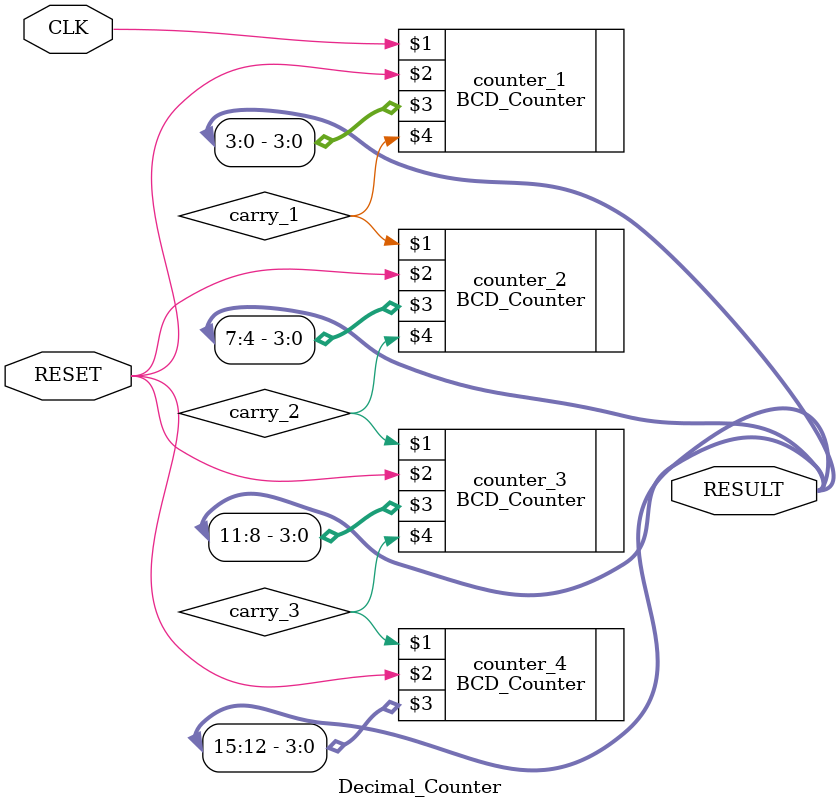
<source format=v>
`include "./Tools/BCD_Counter.v"

module Decimal_Counter(CLK,RESET,RESULT);
	input CLK;
	input RESET;
	output [15:0]RESULT;

	wire carry_1;
	wire carry_2;
	wire carry_3;
	
	BCD_Counter counter_1(CLK,RESET,RESULT[3:0],carry_1);
	BCD_Counter counter_2(carry_1,RESET,RESULT[7:4],carry_2);
	BCD_Counter counter_3(carry_2,RESET,RESULT[11:8],carry_3);
	BCD_Counter counter_4(carry_3,RESET,RESULT[15:12],);
endmodule
</source>
